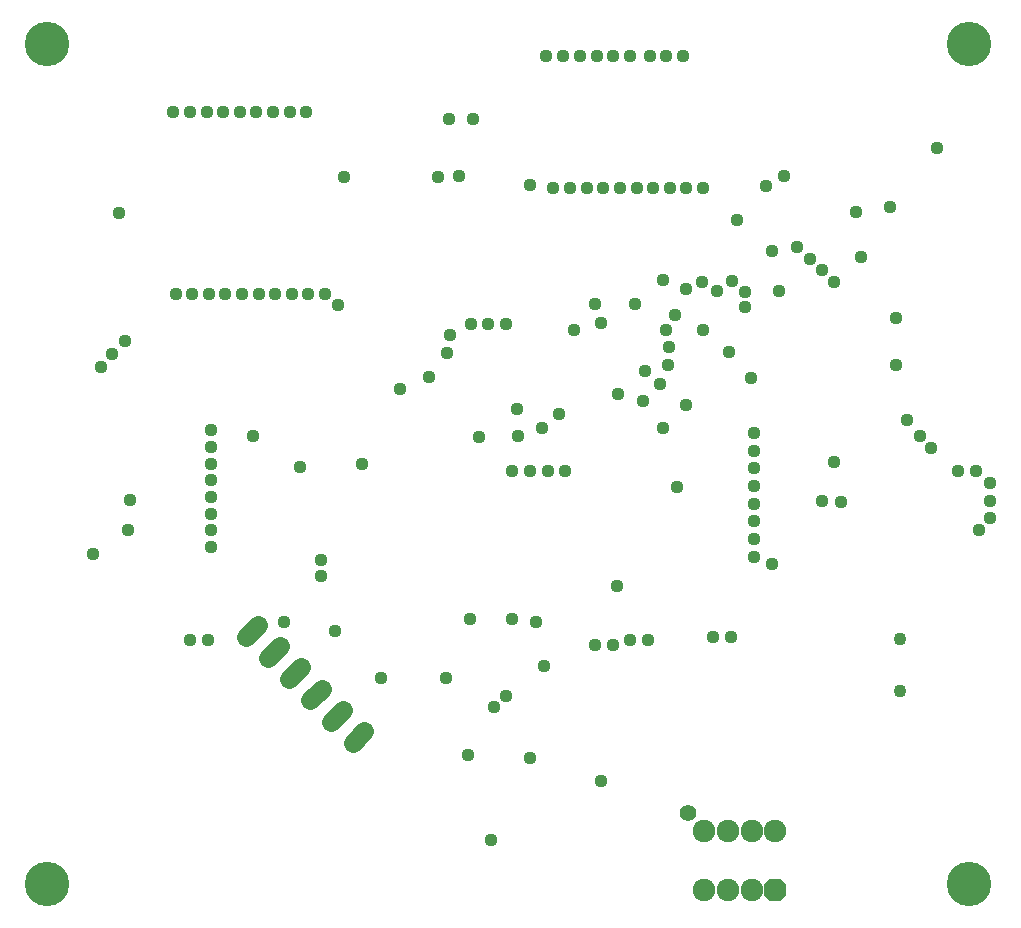
<source format=gbr>
G04 EAGLE Gerber RS-274X export*
G75*
%MOMM*%
%FSLAX34Y34*%
%LPD*%
%INSoldermask Bottom*%
%IPPOS*%
%AMOC8*
5,1,8,0,0,1.08239X$1,22.5*%
G01*
%ADD10C,1.625600*%
%ADD11C,1.917700*%
%ADD12P,2.075699X8X22.500000*%
%ADD13C,1.403200*%
%ADD14C,1.103200*%
%ADD15C,3.759200*%
%ADD16C,1.109600*%


D10*
X220070Y259872D02*
X230128Y269930D01*
X248088Y251970D02*
X238030Y241912D01*
X255991Y223951D02*
X266049Y234009D01*
X284009Y216049D02*
X273951Y205991D01*
X291912Y188030D02*
X301970Y198088D01*
X319930Y180128D02*
X309872Y170070D01*
D11*
X647700Y45800D03*
D12*
X667700Y45800D03*
D13*
X593700Y110800D03*
D11*
X627700Y45800D03*
X607700Y45800D03*
X607700Y95800D03*
X627700Y95800D03*
X647700Y95800D03*
X667700Y95800D03*
D14*
X773336Y213802D03*
X773336Y257998D03*
D15*
X831700Y761700D03*
X50800Y761700D03*
X50800Y50800D03*
X831700Y50800D03*
D16*
X294636Y264636D03*
X334218Y225053D03*
X471718Y235053D03*
X317500Y406368D03*
X265000Y403868D03*
X534218Y302553D03*
X765000Y623868D03*
X409218Y275053D03*
X520000Y137500D03*
X570000Y473949D03*
X740000Y581449D03*
X665000Y586449D03*
X252136Y272136D03*
X585000Y386368D03*
X572500Y436368D03*
X592500Y456368D03*
X515000Y541449D03*
X302500Y648949D03*
X112500Y618949D03*
X572500Y562250D03*
X389218Y225053D03*
X382500Y648949D03*
X660000Y641449D03*
X448750Y452500D03*
X805000Y673868D03*
X642500Y551449D03*
X592500Y553949D03*
X490000Y400000D03*
X840000Y350000D03*
X850000Y360000D03*
X475000Y400000D03*
X850000Y375000D03*
X460000Y400000D03*
X850000Y390000D03*
X445000Y400000D03*
X822500Y400000D03*
X723125Y373750D03*
X779375Y443125D03*
X770000Y490000D03*
X647500Y479375D03*
X582500Y532500D03*
X717500Y560000D03*
X497500Y520000D03*
X225625Y430000D03*
X117500Y510625D03*
X411875Y698125D03*
X575000Y520000D03*
X707500Y570000D03*
X606875Y520000D03*
X628750Y500625D03*
X557500Y485000D03*
X697500Y580000D03*
X642500Y538750D03*
X670625Y552500D03*
X535000Y465000D03*
X685782Y590000D03*
X460000Y642356D03*
X675000Y650000D03*
X635000Y612500D03*
X631350Y560826D03*
X618650Y552500D03*
X400000Y650000D03*
X605950Y560000D03*
X190000Y434846D03*
X650000Y432500D03*
X717500Y407500D03*
X283282Y325154D03*
X736250Y619375D03*
X391875Y698125D03*
X106250Y499375D03*
X121250Y375625D03*
X487848Y751908D03*
X172232Y703808D03*
X577000Y490000D03*
X800000Y420000D03*
X190000Y335936D03*
X650000Y327500D03*
X440000Y525000D03*
X190000Y350000D03*
X650000Y342500D03*
X425000Y525000D03*
X190000Y364064D03*
X650000Y357500D03*
X410000Y525000D03*
X190000Y378128D03*
X650000Y372500D03*
X392500Y515000D03*
X190000Y392192D03*
X650000Y387500D03*
X390000Y500000D03*
X190000Y406256D03*
X650000Y402500D03*
X375000Y480000D03*
X190000Y420782D03*
X650000Y417500D03*
X350000Y470000D03*
X473784Y751908D03*
X158168Y703808D03*
X427500Y87500D03*
X770000Y530000D03*
X837500Y400000D03*
X548750Y541250D03*
X485000Y448750D03*
X160000Y550000D03*
X480000Y640000D03*
X555716Y459532D03*
X286576Y550000D03*
X606576Y640000D03*
X560000Y257500D03*
X272512Y550000D03*
X592512Y640000D03*
X545000Y257500D03*
X258448Y550000D03*
X578448Y640000D03*
X520000Y525782D03*
X470000Y436918D03*
X244384Y550000D03*
X564384Y640000D03*
X450000Y430000D03*
X297500Y540625D03*
X230320Y550000D03*
X550320Y640000D03*
X416670Y429418D03*
X216256Y550000D03*
X536256Y640000D03*
X187404Y257404D03*
X96875Y488125D03*
X202192Y550000D03*
X522192Y640000D03*
X440000Y210000D03*
X188128Y550000D03*
X508128Y640000D03*
X430000Y200000D03*
X516496Y751908D03*
X200360Y703808D03*
X630000Y260000D03*
X530560Y751908D03*
X214424Y703808D03*
X614821Y259821D03*
X575564Y751908D03*
X256700Y703808D03*
X530000Y252500D03*
X544624Y751908D03*
X228488Y703808D03*
X515000Y252500D03*
X460124Y157376D03*
X407500Y160000D03*
X174064Y550000D03*
X494064Y640000D03*
X465000Y272500D03*
X90000Y330000D03*
X120000Y350000D03*
X502432Y751908D03*
X186296Y703808D03*
X445000Y275000D03*
X589628Y751908D03*
X270764Y703808D03*
X172500Y257500D03*
X561500Y751908D03*
X242552Y703808D03*
X577500Y505000D03*
X790000Y430000D03*
X707500Y375000D03*
X283342Y311090D03*
X665000Y321875D03*
M02*

</source>
